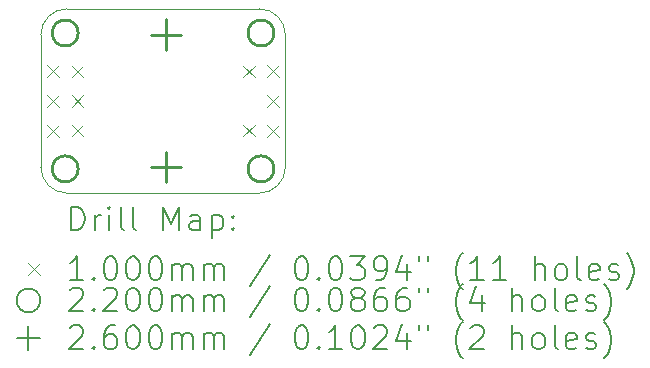
<source format=gbr>
%TF.GenerationSoftware,KiCad,Pcbnew,7.0.7*%
%TF.CreationDate,2023-09-18T16:49:05-04:00*%
%TF.ProjectId,Encoder Mount,456e636f-6465-4722-904d-6f756e742e6b,rev?*%
%TF.SameCoordinates,Original*%
%TF.FileFunction,Drillmap*%
%TF.FilePolarity,Positive*%
%FSLAX45Y45*%
G04 Gerber Fmt 4.5, Leading zero omitted, Abs format (unit mm)*
G04 Created by KiCad (PCBNEW 7.0.7) date 2023-09-18 16:49:05*
%MOMM*%
%LPD*%
G01*
G04 APERTURE LIST*
%ADD10C,0.100000*%
%ADD11C,0.200000*%
%ADD12C,0.220000*%
%ADD13C,0.260000*%
G04 APERTURE END LIST*
D10*
X9160000Y-9220000D02*
X10790000Y-9220000D01*
X8940000Y-10560000D02*
G75*
G03*
X9160000Y-10780000I220000J0D01*
G01*
X10790000Y-10780000D02*
G75*
G03*
X11010000Y-10560000I0J220000D01*
G01*
X8940000Y-10560000D02*
X8940000Y-9440000D01*
X11010000Y-9440000D02*
G75*
G03*
X10790000Y-9220000I-220000J0D01*
G01*
X11010000Y-9440000D02*
X11010000Y-10560000D01*
X9160000Y-9220000D02*
G75*
G03*
X8940000Y-9440000I0J-220000D01*
G01*
X10790000Y-10780000D02*
X9160000Y-10780000D01*
D11*
D10*
X8996000Y-9697500D02*
X9096000Y-9797500D01*
X9096000Y-9697500D02*
X8996000Y-9797500D01*
X8996000Y-9951500D02*
X9096000Y-10051500D01*
X9096000Y-9951500D02*
X8996000Y-10051500D01*
X8996000Y-10205500D02*
X9096000Y-10305500D01*
X9096000Y-10205500D02*
X8996000Y-10305500D01*
X9200000Y-9700000D02*
X9300000Y-9800000D01*
X9300000Y-9700000D02*
X9200000Y-9800000D01*
X9200000Y-9950000D02*
X9300000Y-10050000D01*
X9300000Y-9950000D02*
X9200000Y-10050000D01*
X9200000Y-10200000D02*
X9300000Y-10300000D01*
X9300000Y-10200000D02*
X9200000Y-10300000D01*
X10650000Y-9700000D02*
X10750000Y-9800000D01*
X10750000Y-9700000D02*
X10650000Y-9800000D01*
X10650000Y-10200000D02*
X10750000Y-10300000D01*
X10750000Y-10200000D02*
X10650000Y-10300000D01*
X10854000Y-9697500D02*
X10954000Y-9797500D01*
X10954000Y-9697500D02*
X10854000Y-9797500D01*
X10854000Y-9951500D02*
X10954000Y-10051500D01*
X10954000Y-9951500D02*
X10854000Y-10051500D01*
X10854000Y-10205500D02*
X10954000Y-10305500D01*
X10954000Y-10205500D02*
X10854000Y-10305500D01*
D12*
X9256000Y-9425000D02*
G75*
G03*
X9256000Y-9425000I-110000J0D01*
G01*
X9256000Y-10575000D02*
G75*
G03*
X9256000Y-10575000I-110000J0D01*
G01*
X10914000Y-9425000D02*
G75*
G03*
X10914000Y-9425000I-110000J0D01*
G01*
X10914000Y-10575000D02*
G75*
G03*
X10914000Y-10575000I-110000J0D01*
G01*
D13*
X10000000Y-9310000D02*
X10000000Y-9570000D01*
X9870000Y-9440000D02*
X10130000Y-9440000D01*
X10000000Y-10430000D02*
X10000000Y-10690000D01*
X9870000Y-10560000D02*
X10130000Y-10560000D01*
D11*
X9195777Y-11096484D02*
X9195777Y-10896484D01*
X9195777Y-10896484D02*
X9243396Y-10896484D01*
X9243396Y-10896484D02*
X9271967Y-10906008D01*
X9271967Y-10906008D02*
X9291015Y-10925055D01*
X9291015Y-10925055D02*
X9300539Y-10944103D01*
X9300539Y-10944103D02*
X9310063Y-10982198D01*
X9310063Y-10982198D02*
X9310063Y-11010770D01*
X9310063Y-11010770D02*
X9300539Y-11048865D01*
X9300539Y-11048865D02*
X9291015Y-11067912D01*
X9291015Y-11067912D02*
X9271967Y-11086960D01*
X9271967Y-11086960D02*
X9243396Y-11096484D01*
X9243396Y-11096484D02*
X9195777Y-11096484D01*
X9395777Y-11096484D02*
X9395777Y-10963150D01*
X9395777Y-11001246D02*
X9405301Y-10982198D01*
X9405301Y-10982198D02*
X9414824Y-10972674D01*
X9414824Y-10972674D02*
X9433872Y-10963150D01*
X9433872Y-10963150D02*
X9452920Y-10963150D01*
X9519586Y-11096484D02*
X9519586Y-10963150D01*
X9519586Y-10896484D02*
X9510063Y-10906008D01*
X9510063Y-10906008D02*
X9519586Y-10915531D01*
X9519586Y-10915531D02*
X9529110Y-10906008D01*
X9529110Y-10906008D02*
X9519586Y-10896484D01*
X9519586Y-10896484D02*
X9519586Y-10915531D01*
X9643396Y-11096484D02*
X9624348Y-11086960D01*
X9624348Y-11086960D02*
X9614824Y-11067912D01*
X9614824Y-11067912D02*
X9614824Y-10896484D01*
X9748158Y-11096484D02*
X9729110Y-11086960D01*
X9729110Y-11086960D02*
X9719586Y-11067912D01*
X9719586Y-11067912D02*
X9719586Y-10896484D01*
X9976729Y-11096484D02*
X9976729Y-10896484D01*
X9976729Y-10896484D02*
X10043396Y-11039341D01*
X10043396Y-11039341D02*
X10110063Y-10896484D01*
X10110063Y-10896484D02*
X10110063Y-11096484D01*
X10291015Y-11096484D02*
X10291015Y-10991722D01*
X10291015Y-10991722D02*
X10281491Y-10972674D01*
X10281491Y-10972674D02*
X10262444Y-10963150D01*
X10262444Y-10963150D02*
X10224348Y-10963150D01*
X10224348Y-10963150D02*
X10205301Y-10972674D01*
X10291015Y-11086960D02*
X10271967Y-11096484D01*
X10271967Y-11096484D02*
X10224348Y-11096484D01*
X10224348Y-11096484D02*
X10205301Y-11086960D01*
X10205301Y-11086960D02*
X10195777Y-11067912D01*
X10195777Y-11067912D02*
X10195777Y-11048865D01*
X10195777Y-11048865D02*
X10205301Y-11029817D01*
X10205301Y-11029817D02*
X10224348Y-11020293D01*
X10224348Y-11020293D02*
X10271967Y-11020293D01*
X10271967Y-11020293D02*
X10291015Y-11010770D01*
X10386253Y-10963150D02*
X10386253Y-11163150D01*
X10386253Y-10972674D02*
X10405301Y-10963150D01*
X10405301Y-10963150D02*
X10443396Y-10963150D01*
X10443396Y-10963150D02*
X10462444Y-10972674D01*
X10462444Y-10972674D02*
X10471967Y-10982198D01*
X10471967Y-10982198D02*
X10481491Y-11001246D01*
X10481491Y-11001246D02*
X10481491Y-11058389D01*
X10481491Y-11058389D02*
X10471967Y-11077436D01*
X10471967Y-11077436D02*
X10462444Y-11086960D01*
X10462444Y-11086960D02*
X10443396Y-11096484D01*
X10443396Y-11096484D02*
X10405301Y-11096484D01*
X10405301Y-11096484D02*
X10386253Y-11086960D01*
X10567205Y-11077436D02*
X10576729Y-11086960D01*
X10576729Y-11086960D02*
X10567205Y-11096484D01*
X10567205Y-11096484D02*
X10557682Y-11086960D01*
X10557682Y-11086960D02*
X10567205Y-11077436D01*
X10567205Y-11077436D02*
X10567205Y-11096484D01*
X10567205Y-10972674D02*
X10576729Y-10982198D01*
X10576729Y-10982198D02*
X10567205Y-10991722D01*
X10567205Y-10991722D02*
X10557682Y-10982198D01*
X10557682Y-10982198D02*
X10567205Y-10972674D01*
X10567205Y-10972674D02*
X10567205Y-10991722D01*
D10*
X8835000Y-11375000D02*
X8935000Y-11475000D01*
X8935000Y-11375000D02*
X8835000Y-11475000D01*
D11*
X9300539Y-11516484D02*
X9186253Y-11516484D01*
X9243396Y-11516484D02*
X9243396Y-11316484D01*
X9243396Y-11316484D02*
X9224348Y-11345055D01*
X9224348Y-11345055D02*
X9205301Y-11364103D01*
X9205301Y-11364103D02*
X9186253Y-11373627D01*
X9386253Y-11497436D02*
X9395777Y-11506960D01*
X9395777Y-11506960D02*
X9386253Y-11516484D01*
X9386253Y-11516484D02*
X9376729Y-11506960D01*
X9376729Y-11506960D02*
X9386253Y-11497436D01*
X9386253Y-11497436D02*
X9386253Y-11516484D01*
X9519586Y-11316484D02*
X9538634Y-11316484D01*
X9538634Y-11316484D02*
X9557682Y-11326008D01*
X9557682Y-11326008D02*
X9567205Y-11335531D01*
X9567205Y-11335531D02*
X9576729Y-11354579D01*
X9576729Y-11354579D02*
X9586253Y-11392674D01*
X9586253Y-11392674D02*
X9586253Y-11440293D01*
X9586253Y-11440293D02*
X9576729Y-11478388D01*
X9576729Y-11478388D02*
X9567205Y-11497436D01*
X9567205Y-11497436D02*
X9557682Y-11506960D01*
X9557682Y-11506960D02*
X9538634Y-11516484D01*
X9538634Y-11516484D02*
X9519586Y-11516484D01*
X9519586Y-11516484D02*
X9500539Y-11506960D01*
X9500539Y-11506960D02*
X9491015Y-11497436D01*
X9491015Y-11497436D02*
X9481491Y-11478388D01*
X9481491Y-11478388D02*
X9471967Y-11440293D01*
X9471967Y-11440293D02*
X9471967Y-11392674D01*
X9471967Y-11392674D02*
X9481491Y-11354579D01*
X9481491Y-11354579D02*
X9491015Y-11335531D01*
X9491015Y-11335531D02*
X9500539Y-11326008D01*
X9500539Y-11326008D02*
X9519586Y-11316484D01*
X9710063Y-11316484D02*
X9729110Y-11316484D01*
X9729110Y-11316484D02*
X9748158Y-11326008D01*
X9748158Y-11326008D02*
X9757682Y-11335531D01*
X9757682Y-11335531D02*
X9767205Y-11354579D01*
X9767205Y-11354579D02*
X9776729Y-11392674D01*
X9776729Y-11392674D02*
X9776729Y-11440293D01*
X9776729Y-11440293D02*
X9767205Y-11478388D01*
X9767205Y-11478388D02*
X9757682Y-11497436D01*
X9757682Y-11497436D02*
X9748158Y-11506960D01*
X9748158Y-11506960D02*
X9729110Y-11516484D01*
X9729110Y-11516484D02*
X9710063Y-11516484D01*
X9710063Y-11516484D02*
X9691015Y-11506960D01*
X9691015Y-11506960D02*
X9681491Y-11497436D01*
X9681491Y-11497436D02*
X9671967Y-11478388D01*
X9671967Y-11478388D02*
X9662444Y-11440293D01*
X9662444Y-11440293D02*
X9662444Y-11392674D01*
X9662444Y-11392674D02*
X9671967Y-11354579D01*
X9671967Y-11354579D02*
X9681491Y-11335531D01*
X9681491Y-11335531D02*
X9691015Y-11326008D01*
X9691015Y-11326008D02*
X9710063Y-11316484D01*
X9900539Y-11316484D02*
X9919586Y-11316484D01*
X9919586Y-11316484D02*
X9938634Y-11326008D01*
X9938634Y-11326008D02*
X9948158Y-11335531D01*
X9948158Y-11335531D02*
X9957682Y-11354579D01*
X9957682Y-11354579D02*
X9967205Y-11392674D01*
X9967205Y-11392674D02*
X9967205Y-11440293D01*
X9967205Y-11440293D02*
X9957682Y-11478388D01*
X9957682Y-11478388D02*
X9948158Y-11497436D01*
X9948158Y-11497436D02*
X9938634Y-11506960D01*
X9938634Y-11506960D02*
X9919586Y-11516484D01*
X9919586Y-11516484D02*
X9900539Y-11516484D01*
X9900539Y-11516484D02*
X9881491Y-11506960D01*
X9881491Y-11506960D02*
X9871967Y-11497436D01*
X9871967Y-11497436D02*
X9862444Y-11478388D01*
X9862444Y-11478388D02*
X9852920Y-11440293D01*
X9852920Y-11440293D02*
X9852920Y-11392674D01*
X9852920Y-11392674D02*
X9862444Y-11354579D01*
X9862444Y-11354579D02*
X9871967Y-11335531D01*
X9871967Y-11335531D02*
X9881491Y-11326008D01*
X9881491Y-11326008D02*
X9900539Y-11316484D01*
X10052920Y-11516484D02*
X10052920Y-11383150D01*
X10052920Y-11402198D02*
X10062444Y-11392674D01*
X10062444Y-11392674D02*
X10081491Y-11383150D01*
X10081491Y-11383150D02*
X10110063Y-11383150D01*
X10110063Y-11383150D02*
X10129110Y-11392674D01*
X10129110Y-11392674D02*
X10138634Y-11411722D01*
X10138634Y-11411722D02*
X10138634Y-11516484D01*
X10138634Y-11411722D02*
X10148158Y-11392674D01*
X10148158Y-11392674D02*
X10167205Y-11383150D01*
X10167205Y-11383150D02*
X10195777Y-11383150D01*
X10195777Y-11383150D02*
X10214825Y-11392674D01*
X10214825Y-11392674D02*
X10224348Y-11411722D01*
X10224348Y-11411722D02*
X10224348Y-11516484D01*
X10319586Y-11516484D02*
X10319586Y-11383150D01*
X10319586Y-11402198D02*
X10329110Y-11392674D01*
X10329110Y-11392674D02*
X10348158Y-11383150D01*
X10348158Y-11383150D02*
X10376729Y-11383150D01*
X10376729Y-11383150D02*
X10395777Y-11392674D01*
X10395777Y-11392674D02*
X10405301Y-11411722D01*
X10405301Y-11411722D02*
X10405301Y-11516484D01*
X10405301Y-11411722D02*
X10414825Y-11392674D01*
X10414825Y-11392674D02*
X10433872Y-11383150D01*
X10433872Y-11383150D02*
X10462444Y-11383150D01*
X10462444Y-11383150D02*
X10481491Y-11392674D01*
X10481491Y-11392674D02*
X10491015Y-11411722D01*
X10491015Y-11411722D02*
X10491015Y-11516484D01*
X10881491Y-11306960D02*
X10710063Y-11564103D01*
X11138634Y-11316484D02*
X11157682Y-11316484D01*
X11157682Y-11316484D02*
X11176729Y-11326008D01*
X11176729Y-11326008D02*
X11186253Y-11335531D01*
X11186253Y-11335531D02*
X11195777Y-11354579D01*
X11195777Y-11354579D02*
X11205301Y-11392674D01*
X11205301Y-11392674D02*
X11205301Y-11440293D01*
X11205301Y-11440293D02*
X11195777Y-11478388D01*
X11195777Y-11478388D02*
X11186253Y-11497436D01*
X11186253Y-11497436D02*
X11176729Y-11506960D01*
X11176729Y-11506960D02*
X11157682Y-11516484D01*
X11157682Y-11516484D02*
X11138634Y-11516484D01*
X11138634Y-11516484D02*
X11119587Y-11506960D01*
X11119587Y-11506960D02*
X11110063Y-11497436D01*
X11110063Y-11497436D02*
X11100539Y-11478388D01*
X11100539Y-11478388D02*
X11091015Y-11440293D01*
X11091015Y-11440293D02*
X11091015Y-11392674D01*
X11091015Y-11392674D02*
X11100539Y-11354579D01*
X11100539Y-11354579D02*
X11110063Y-11335531D01*
X11110063Y-11335531D02*
X11119587Y-11326008D01*
X11119587Y-11326008D02*
X11138634Y-11316484D01*
X11291015Y-11497436D02*
X11300539Y-11506960D01*
X11300539Y-11506960D02*
X11291015Y-11516484D01*
X11291015Y-11516484D02*
X11281491Y-11506960D01*
X11281491Y-11506960D02*
X11291015Y-11497436D01*
X11291015Y-11497436D02*
X11291015Y-11516484D01*
X11424348Y-11316484D02*
X11443396Y-11316484D01*
X11443396Y-11316484D02*
X11462444Y-11326008D01*
X11462444Y-11326008D02*
X11471967Y-11335531D01*
X11471967Y-11335531D02*
X11481491Y-11354579D01*
X11481491Y-11354579D02*
X11491015Y-11392674D01*
X11491015Y-11392674D02*
X11491015Y-11440293D01*
X11491015Y-11440293D02*
X11481491Y-11478388D01*
X11481491Y-11478388D02*
X11471967Y-11497436D01*
X11471967Y-11497436D02*
X11462444Y-11506960D01*
X11462444Y-11506960D02*
X11443396Y-11516484D01*
X11443396Y-11516484D02*
X11424348Y-11516484D01*
X11424348Y-11516484D02*
X11405301Y-11506960D01*
X11405301Y-11506960D02*
X11395777Y-11497436D01*
X11395777Y-11497436D02*
X11386253Y-11478388D01*
X11386253Y-11478388D02*
X11376729Y-11440293D01*
X11376729Y-11440293D02*
X11376729Y-11392674D01*
X11376729Y-11392674D02*
X11386253Y-11354579D01*
X11386253Y-11354579D02*
X11395777Y-11335531D01*
X11395777Y-11335531D02*
X11405301Y-11326008D01*
X11405301Y-11326008D02*
X11424348Y-11316484D01*
X11557682Y-11316484D02*
X11681491Y-11316484D01*
X11681491Y-11316484D02*
X11614825Y-11392674D01*
X11614825Y-11392674D02*
X11643396Y-11392674D01*
X11643396Y-11392674D02*
X11662444Y-11402198D01*
X11662444Y-11402198D02*
X11671967Y-11411722D01*
X11671967Y-11411722D02*
X11681491Y-11430769D01*
X11681491Y-11430769D02*
X11681491Y-11478388D01*
X11681491Y-11478388D02*
X11671967Y-11497436D01*
X11671967Y-11497436D02*
X11662444Y-11506960D01*
X11662444Y-11506960D02*
X11643396Y-11516484D01*
X11643396Y-11516484D02*
X11586253Y-11516484D01*
X11586253Y-11516484D02*
X11567206Y-11506960D01*
X11567206Y-11506960D02*
X11557682Y-11497436D01*
X11776729Y-11516484D02*
X11814825Y-11516484D01*
X11814825Y-11516484D02*
X11833872Y-11506960D01*
X11833872Y-11506960D02*
X11843396Y-11497436D01*
X11843396Y-11497436D02*
X11862444Y-11468865D01*
X11862444Y-11468865D02*
X11871967Y-11430769D01*
X11871967Y-11430769D02*
X11871967Y-11354579D01*
X11871967Y-11354579D02*
X11862444Y-11335531D01*
X11862444Y-11335531D02*
X11852920Y-11326008D01*
X11852920Y-11326008D02*
X11833872Y-11316484D01*
X11833872Y-11316484D02*
X11795777Y-11316484D01*
X11795777Y-11316484D02*
X11776729Y-11326008D01*
X11776729Y-11326008D02*
X11767206Y-11335531D01*
X11767206Y-11335531D02*
X11757682Y-11354579D01*
X11757682Y-11354579D02*
X11757682Y-11402198D01*
X11757682Y-11402198D02*
X11767206Y-11421246D01*
X11767206Y-11421246D02*
X11776729Y-11430769D01*
X11776729Y-11430769D02*
X11795777Y-11440293D01*
X11795777Y-11440293D02*
X11833872Y-11440293D01*
X11833872Y-11440293D02*
X11852920Y-11430769D01*
X11852920Y-11430769D02*
X11862444Y-11421246D01*
X11862444Y-11421246D02*
X11871967Y-11402198D01*
X12043396Y-11383150D02*
X12043396Y-11516484D01*
X11995777Y-11306960D02*
X11948158Y-11449817D01*
X11948158Y-11449817D02*
X12071967Y-11449817D01*
X12138634Y-11316484D02*
X12138634Y-11354579D01*
X12214825Y-11316484D02*
X12214825Y-11354579D01*
X12510063Y-11592674D02*
X12500539Y-11583150D01*
X12500539Y-11583150D02*
X12481491Y-11554579D01*
X12481491Y-11554579D02*
X12471968Y-11535531D01*
X12471968Y-11535531D02*
X12462444Y-11506960D01*
X12462444Y-11506960D02*
X12452920Y-11459341D01*
X12452920Y-11459341D02*
X12452920Y-11421246D01*
X12452920Y-11421246D02*
X12462444Y-11373627D01*
X12462444Y-11373627D02*
X12471968Y-11345055D01*
X12471968Y-11345055D02*
X12481491Y-11326008D01*
X12481491Y-11326008D02*
X12500539Y-11297436D01*
X12500539Y-11297436D02*
X12510063Y-11287912D01*
X12691015Y-11516484D02*
X12576729Y-11516484D01*
X12633872Y-11516484D02*
X12633872Y-11316484D01*
X12633872Y-11316484D02*
X12614825Y-11345055D01*
X12614825Y-11345055D02*
X12595777Y-11364103D01*
X12595777Y-11364103D02*
X12576729Y-11373627D01*
X12881491Y-11516484D02*
X12767206Y-11516484D01*
X12824348Y-11516484D02*
X12824348Y-11316484D01*
X12824348Y-11316484D02*
X12805301Y-11345055D01*
X12805301Y-11345055D02*
X12786253Y-11364103D01*
X12786253Y-11364103D02*
X12767206Y-11373627D01*
X13119587Y-11516484D02*
X13119587Y-11316484D01*
X13205301Y-11516484D02*
X13205301Y-11411722D01*
X13205301Y-11411722D02*
X13195777Y-11392674D01*
X13195777Y-11392674D02*
X13176730Y-11383150D01*
X13176730Y-11383150D02*
X13148158Y-11383150D01*
X13148158Y-11383150D02*
X13129110Y-11392674D01*
X13129110Y-11392674D02*
X13119587Y-11402198D01*
X13329110Y-11516484D02*
X13310063Y-11506960D01*
X13310063Y-11506960D02*
X13300539Y-11497436D01*
X13300539Y-11497436D02*
X13291015Y-11478388D01*
X13291015Y-11478388D02*
X13291015Y-11421246D01*
X13291015Y-11421246D02*
X13300539Y-11402198D01*
X13300539Y-11402198D02*
X13310063Y-11392674D01*
X13310063Y-11392674D02*
X13329110Y-11383150D01*
X13329110Y-11383150D02*
X13357682Y-11383150D01*
X13357682Y-11383150D02*
X13376730Y-11392674D01*
X13376730Y-11392674D02*
X13386253Y-11402198D01*
X13386253Y-11402198D02*
X13395777Y-11421246D01*
X13395777Y-11421246D02*
X13395777Y-11478388D01*
X13395777Y-11478388D02*
X13386253Y-11497436D01*
X13386253Y-11497436D02*
X13376730Y-11506960D01*
X13376730Y-11506960D02*
X13357682Y-11516484D01*
X13357682Y-11516484D02*
X13329110Y-11516484D01*
X13510063Y-11516484D02*
X13491015Y-11506960D01*
X13491015Y-11506960D02*
X13481491Y-11487912D01*
X13481491Y-11487912D02*
X13481491Y-11316484D01*
X13662444Y-11506960D02*
X13643396Y-11516484D01*
X13643396Y-11516484D02*
X13605301Y-11516484D01*
X13605301Y-11516484D02*
X13586253Y-11506960D01*
X13586253Y-11506960D02*
X13576730Y-11487912D01*
X13576730Y-11487912D02*
X13576730Y-11411722D01*
X13576730Y-11411722D02*
X13586253Y-11392674D01*
X13586253Y-11392674D02*
X13605301Y-11383150D01*
X13605301Y-11383150D02*
X13643396Y-11383150D01*
X13643396Y-11383150D02*
X13662444Y-11392674D01*
X13662444Y-11392674D02*
X13671968Y-11411722D01*
X13671968Y-11411722D02*
X13671968Y-11430769D01*
X13671968Y-11430769D02*
X13576730Y-11449817D01*
X13748158Y-11506960D02*
X13767206Y-11516484D01*
X13767206Y-11516484D02*
X13805301Y-11516484D01*
X13805301Y-11516484D02*
X13824349Y-11506960D01*
X13824349Y-11506960D02*
X13833872Y-11487912D01*
X13833872Y-11487912D02*
X13833872Y-11478388D01*
X13833872Y-11478388D02*
X13824349Y-11459341D01*
X13824349Y-11459341D02*
X13805301Y-11449817D01*
X13805301Y-11449817D02*
X13776730Y-11449817D01*
X13776730Y-11449817D02*
X13757682Y-11440293D01*
X13757682Y-11440293D02*
X13748158Y-11421246D01*
X13748158Y-11421246D02*
X13748158Y-11411722D01*
X13748158Y-11411722D02*
X13757682Y-11392674D01*
X13757682Y-11392674D02*
X13776730Y-11383150D01*
X13776730Y-11383150D02*
X13805301Y-11383150D01*
X13805301Y-11383150D02*
X13824349Y-11392674D01*
X13900539Y-11592674D02*
X13910063Y-11583150D01*
X13910063Y-11583150D02*
X13929111Y-11554579D01*
X13929111Y-11554579D02*
X13938634Y-11535531D01*
X13938634Y-11535531D02*
X13948158Y-11506960D01*
X13948158Y-11506960D02*
X13957682Y-11459341D01*
X13957682Y-11459341D02*
X13957682Y-11421246D01*
X13957682Y-11421246D02*
X13948158Y-11373627D01*
X13948158Y-11373627D02*
X13938634Y-11345055D01*
X13938634Y-11345055D02*
X13929111Y-11326008D01*
X13929111Y-11326008D02*
X13910063Y-11297436D01*
X13910063Y-11297436D02*
X13900539Y-11287912D01*
X8935000Y-11689000D02*
G75*
G03*
X8935000Y-11689000I-100000J0D01*
G01*
X9186253Y-11599531D02*
X9195777Y-11590008D01*
X9195777Y-11590008D02*
X9214824Y-11580484D01*
X9214824Y-11580484D02*
X9262444Y-11580484D01*
X9262444Y-11580484D02*
X9281491Y-11590008D01*
X9281491Y-11590008D02*
X9291015Y-11599531D01*
X9291015Y-11599531D02*
X9300539Y-11618579D01*
X9300539Y-11618579D02*
X9300539Y-11637627D01*
X9300539Y-11637627D02*
X9291015Y-11666198D01*
X9291015Y-11666198D02*
X9176729Y-11780484D01*
X9176729Y-11780484D02*
X9300539Y-11780484D01*
X9386253Y-11761436D02*
X9395777Y-11770960D01*
X9395777Y-11770960D02*
X9386253Y-11780484D01*
X9386253Y-11780484D02*
X9376729Y-11770960D01*
X9376729Y-11770960D02*
X9386253Y-11761436D01*
X9386253Y-11761436D02*
X9386253Y-11780484D01*
X9471967Y-11599531D02*
X9481491Y-11590008D01*
X9481491Y-11590008D02*
X9500539Y-11580484D01*
X9500539Y-11580484D02*
X9548158Y-11580484D01*
X9548158Y-11580484D02*
X9567205Y-11590008D01*
X9567205Y-11590008D02*
X9576729Y-11599531D01*
X9576729Y-11599531D02*
X9586253Y-11618579D01*
X9586253Y-11618579D02*
X9586253Y-11637627D01*
X9586253Y-11637627D02*
X9576729Y-11666198D01*
X9576729Y-11666198D02*
X9462444Y-11780484D01*
X9462444Y-11780484D02*
X9586253Y-11780484D01*
X9710063Y-11580484D02*
X9729110Y-11580484D01*
X9729110Y-11580484D02*
X9748158Y-11590008D01*
X9748158Y-11590008D02*
X9757682Y-11599531D01*
X9757682Y-11599531D02*
X9767205Y-11618579D01*
X9767205Y-11618579D02*
X9776729Y-11656674D01*
X9776729Y-11656674D02*
X9776729Y-11704293D01*
X9776729Y-11704293D02*
X9767205Y-11742388D01*
X9767205Y-11742388D02*
X9757682Y-11761436D01*
X9757682Y-11761436D02*
X9748158Y-11770960D01*
X9748158Y-11770960D02*
X9729110Y-11780484D01*
X9729110Y-11780484D02*
X9710063Y-11780484D01*
X9710063Y-11780484D02*
X9691015Y-11770960D01*
X9691015Y-11770960D02*
X9681491Y-11761436D01*
X9681491Y-11761436D02*
X9671967Y-11742388D01*
X9671967Y-11742388D02*
X9662444Y-11704293D01*
X9662444Y-11704293D02*
X9662444Y-11656674D01*
X9662444Y-11656674D02*
X9671967Y-11618579D01*
X9671967Y-11618579D02*
X9681491Y-11599531D01*
X9681491Y-11599531D02*
X9691015Y-11590008D01*
X9691015Y-11590008D02*
X9710063Y-11580484D01*
X9900539Y-11580484D02*
X9919586Y-11580484D01*
X9919586Y-11580484D02*
X9938634Y-11590008D01*
X9938634Y-11590008D02*
X9948158Y-11599531D01*
X9948158Y-11599531D02*
X9957682Y-11618579D01*
X9957682Y-11618579D02*
X9967205Y-11656674D01*
X9967205Y-11656674D02*
X9967205Y-11704293D01*
X9967205Y-11704293D02*
X9957682Y-11742388D01*
X9957682Y-11742388D02*
X9948158Y-11761436D01*
X9948158Y-11761436D02*
X9938634Y-11770960D01*
X9938634Y-11770960D02*
X9919586Y-11780484D01*
X9919586Y-11780484D02*
X9900539Y-11780484D01*
X9900539Y-11780484D02*
X9881491Y-11770960D01*
X9881491Y-11770960D02*
X9871967Y-11761436D01*
X9871967Y-11761436D02*
X9862444Y-11742388D01*
X9862444Y-11742388D02*
X9852920Y-11704293D01*
X9852920Y-11704293D02*
X9852920Y-11656674D01*
X9852920Y-11656674D02*
X9862444Y-11618579D01*
X9862444Y-11618579D02*
X9871967Y-11599531D01*
X9871967Y-11599531D02*
X9881491Y-11590008D01*
X9881491Y-11590008D02*
X9900539Y-11580484D01*
X10052920Y-11780484D02*
X10052920Y-11647150D01*
X10052920Y-11666198D02*
X10062444Y-11656674D01*
X10062444Y-11656674D02*
X10081491Y-11647150D01*
X10081491Y-11647150D02*
X10110063Y-11647150D01*
X10110063Y-11647150D02*
X10129110Y-11656674D01*
X10129110Y-11656674D02*
X10138634Y-11675722D01*
X10138634Y-11675722D02*
X10138634Y-11780484D01*
X10138634Y-11675722D02*
X10148158Y-11656674D01*
X10148158Y-11656674D02*
X10167205Y-11647150D01*
X10167205Y-11647150D02*
X10195777Y-11647150D01*
X10195777Y-11647150D02*
X10214825Y-11656674D01*
X10214825Y-11656674D02*
X10224348Y-11675722D01*
X10224348Y-11675722D02*
X10224348Y-11780484D01*
X10319586Y-11780484D02*
X10319586Y-11647150D01*
X10319586Y-11666198D02*
X10329110Y-11656674D01*
X10329110Y-11656674D02*
X10348158Y-11647150D01*
X10348158Y-11647150D02*
X10376729Y-11647150D01*
X10376729Y-11647150D02*
X10395777Y-11656674D01*
X10395777Y-11656674D02*
X10405301Y-11675722D01*
X10405301Y-11675722D02*
X10405301Y-11780484D01*
X10405301Y-11675722D02*
X10414825Y-11656674D01*
X10414825Y-11656674D02*
X10433872Y-11647150D01*
X10433872Y-11647150D02*
X10462444Y-11647150D01*
X10462444Y-11647150D02*
X10481491Y-11656674D01*
X10481491Y-11656674D02*
X10491015Y-11675722D01*
X10491015Y-11675722D02*
X10491015Y-11780484D01*
X10881491Y-11570960D02*
X10710063Y-11828103D01*
X11138634Y-11580484D02*
X11157682Y-11580484D01*
X11157682Y-11580484D02*
X11176729Y-11590008D01*
X11176729Y-11590008D02*
X11186253Y-11599531D01*
X11186253Y-11599531D02*
X11195777Y-11618579D01*
X11195777Y-11618579D02*
X11205301Y-11656674D01*
X11205301Y-11656674D02*
X11205301Y-11704293D01*
X11205301Y-11704293D02*
X11195777Y-11742388D01*
X11195777Y-11742388D02*
X11186253Y-11761436D01*
X11186253Y-11761436D02*
X11176729Y-11770960D01*
X11176729Y-11770960D02*
X11157682Y-11780484D01*
X11157682Y-11780484D02*
X11138634Y-11780484D01*
X11138634Y-11780484D02*
X11119587Y-11770960D01*
X11119587Y-11770960D02*
X11110063Y-11761436D01*
X11110063Y-11761436D02*
X11100539Y-11742388D01*
X11100539Y-11742388D02*
X11091015Y-11704293D01*
X11091015Y-11704293D02*
X11091015Y-11656674D01*
X11091015Y-11656674D02*
X11100539Y-11618579D01*
X11100539Y-11618579D02*
X11110063Y-11599531D01*
X11110063Y-11599531D02*
X11119587Y-11590008D01*
X11119587Y-11590008D02*
X11138634Y-11580484D01*
X11291015Y-11761436D02*
X11300539Y-11770960D01*
X11300539Y-11770960D02*
X11291015Y-11780484D01*
X11291015Y-11780484D02*
X11281491Y-11770960D01*
X11281491Y-11770960D02*
X11291015Y-11761436D01*
X11291015Y-11761436D02*
X11291015Y-11780484D01*
X11424348Y-11580484D02*
X11443396Y-11580484D01*
X11443396Y-11580484D02*
X11462444Y-11590008D01*
X11462444Y-11590008D02*
X11471967Y-11599531D01*
X11471967Y-11599531D02*
X11481491Y-11618579D01*
X11481491Y-11618579D02*
X11491015Y-11656674D01*
X11491015Y-11656674D02*
X11491015Y-11704293D01*
X11491015Y-11704293D02*
X11481491Y-11742388D01*
X11481491Y-11742388D02*
X11471967Y-11761436D01*
X11471967Y-11761436D02*
X11462444Y-11770960D01*
X11462444Y-11770960D02*
X11443396Y-11780484D01*
X11443396Y-11780484D02*
X11424348Y-11780484D01*
X11424348Y-11780484D02*
X11405301Y-11770960D01*
X11405301Y-11770960D02*
X11395777Y-11761436D01*
X11395777Y-11761436D02*
X11386253Y-11742388D01*
X11386253Y-11742388D02*
X11376729Y-11704293D01*
X11376729Y-11704293D02*
X11376729Y-11656674D01*
X11376729Y-11656674D02*
X11386253Y-11618579D01*
X11386253Y-11618579D02*
X11395777Y-11599531D01*
X11395777Y-11599531D02*
X11405301Y-11590008D01*
X11405301Y-11590008D02*
X11424348Y-11580484D01*
X11605301Y-11666198D02*
X11586253Y-11656674D01*
X11586253Y-11656674D02*
X11576729Y-11647150D01*
X11576729Y-11647150D02*
X11567206Y-11628103D01*
X11567206Y-11628103D02*
X11567206Y-11618579D01*
X11567206Y-11618579D02*
X11576729Y-11599531D01*
X11576729Y-11599531D02*
X11586253Y-11590008D01*
X11586253Y-11590008D02*
X11605301Y-11580484D01*
X11605301Y-11580484D02*
X11643396Y-11580484D01*
X11643396Y-11580484D02*
X11662444Y-11590008D01*
X11662444Y-11590008D02*
X11671967Y-11599531D01*
X11671967Y-11599531D02*
X11681491Y-11618579D01*
X11681491Y-11618579D02*
X11681491Y-11628103D01*
X11681491Y-11628103D02*
X11671967Y-11647150D01*
X11671967Y-11647150D02*
X11662444Y-11656674D01*
X11662444Y-11656674D02*
X11643396Y-11666198D01*
X11643396Y-11666198D02*
X11605301Y-11666198D01*
X11605301Y-11666198D02*
X11586253Y-11675722D01*
X11586253Y-11675722D02*
X11576729Y-11685246D01*
X11576729Y-11685246D02*
X11567206Y-11704293D01*
X11567206Y-11704293D02*
X11567206Y-11742388D01*
X11567206Y-11742388D02*
X11576729Y-11761436D01*
X11576729Y-11761436D02*
X11586253Y-11770960D01*
X11586253Y-11770960D02*
X11605301Y-11780484D01*
X11605301Y-11780484D02*
X11643396Y-11780484D01*
X11643396Y-11780484D02*
X11662444Y-11770960D01*
X11662444Y-11770960D02*
X11671967Y-11761436D01*
X11671967Y-11761436D02*
X11681491Y-11742388D01*
X11681491Y-11742388D02*
X11681491Y-11704293D01*
X11681491Y-11704293D02*
X11671967Y-11685246D01*
X11671967Y-11685246D02*
X11662444Y-11675722D01*
X11662444Y-11675722D02*
X11643396Y-11666198D01*
X11852920Y-11580484D02*
X11814825Y-11580484D01*
X11814825Y-11580484D02*
X11795777Y-11590008D01*
X11795777Y-11590008D02*
X11786253Y-11599531D01*
X11786253Y-11599531D02*
X11767206Y-11628103D01*
X11767206Y-11628103D02*
X11757682Y-11666198D01*
X11757682Y-11666198D02*
X11757682Y-11742388D01*
X11757682Y-11742388D02*
X11767206Y-11761436D01*
X11767206Y-11761436D02*
X11776729Y-11770960D01*
X11776729Y-11770960D02*
X11795777Y-11780484D01*
X11795777Y-11780484D02*
X11833872Y-11780484D01*
X11833872Y-11780484D02*
X11852920Y-11770960D01*
X11852920Y-11770960D02*
X11862444Y-11761436D01*
X11862444Y-11761436D02*
X11871967Y-11742388D01*
X11871967Y-11742388D02*
X11871967Y-11694769D01*
X11871967Y-11694769D02*
X11862444Y-11675722D01*
X11862444Y-11675722D02*
X11852920Y-11666198D01*
X11852920Y-11666198D02*
X11833872Y-11656674D01*
X11833872Y-11656674D02*
X11795777Y-11656674D01*
X11795777Y-11656674D02*
X11776729Y-11666198D01*
X11776729Y-11666198D02*
X11767206Y-11675722D01*
X11767206Y-11675722D02*
X11757682Y-11694769D01*
X12043396Y-11580484D02*
X12005301Y-11580484D01*
X12005301Y-11580484D02*
X11986253Y-11590008D01*
X11986253Y-11590008D02*
X11976729Y-11599531D01*
X11976729Y-11599531D02*
X11957682Y-11628103D01*
X11957682Y-11628103D02*
X11948158Y-11666198D01*
X11948158Y-11666198D02*
X11948158Y-11742388D01*
X11948158Y-11742388D02*
X11957682Y-11761436D01*
X11957682Y-11761436D02*
X11967206Y-11770960D01*
X11967206Y-11770960D02*
X11986253Y-11780484D01*
X11986253Y-11780484D02*
X12024348Y-11780484D01*
X12024348Y-11780484D02*
X12043396Y-11770960D01*
X12043396Y-11770960D02*
X12052920Y-11761436D01*
X12052920Y-11761436D02*
X12062444Y-11742388D01*
X12062444Y-11742388D02*
X12062444Y-11694769D01*
X12062444Y-11694769D02*
X12052920Y-11675722D01*
X12052920Y-11675722D02*
X12043396Y-11666198D01*
X12043396Y-11666198D02*
X12024348Y-11656674D01*
X12024348Y-11656674D02*
X11986253Y-11656674D01*
X11986253Y-11656674D02*
X11967206Y-11666198D01*
X11967206Y-11666198D02*
X11957682Y-11675722D01*
X11957682Y-11675722D02*
X11948158Y-11694769D01*
X12138634Y-11580484D02*
X12138634Y-11618579D01*
X12214825Y-11580484D02*
X12214825Y-11618579D01*
X12510063Y-11856674D02*
X12500539Y-11847150D01*
X12500539Y-11847150D02*
X12481491Y-11818579D01*
X12481491Y-11818579D02*
X12471968Y-11799531D01*
X12471968Y-11799531D02*
X12462444Y-11770960D01*
X12462444Y-11770960D02*
X12452920Y-11723341D01*
X12452920Y-11723341D02*
X12452920Y-11685246D01*
X12452920Y-11685246D02*
X12462444Y-11637627D01*
X12462444Y-11637627D02*
X12471968Y-11609055D01*
X12471968Y-11609055D02*
X12481491Y-11590008D01*
X12481491Y-11590008D02*
X12500539Y-11561436D01*
X12500539Y-11561436D02*
X12510063Y-11551912D01*
X12671968Y-11647150D02*
X12671968Y-11780484D01*
X12624348Y-11570960D02*
X12576729Y-11713817D01*
X12576729Y-11713817D02*
X12700539Y-11713817D01*
X12929110Y-11780484D02*
X12929110Y-11580484D01*
X13014825Y-11780484D02*
X13014825Y-11675722D01*
X13014825Y-11675722D02*
X13005301Y-11656674D01*
X13005301Y-11656674D02*
X12986253Y-11647150D01*
X12986253Y-11647150D02*
X12957682Y-11647150D01*
X12957682Y-11647150D02*
X12938634Y-11656674D01*
X12938634Y-11656674D02*
X12929110Y-11666198D01*
X13138634Y-11780484D02*
X13119587Y-11770960D01*
X13119587Y-11770960D02*
X13110063Y-11761436D01*
X13110063Y-11761436D02*
X13100539Y-11742388D01*
X13100539Y-11742388D02*
X13100539Y-11685246D01*
X13100539Y-11685246D02*
X13110063Y-11666198D01*
X13110063Y-11666198D02*
X13119587Y-11656674D01*
X13119587Y-11656674D02*
X13138634Y-11647150D01*
X13138634Y-11647150D02*
X13167206Y-11647150D01*
X13167206Y-11647150D02*
X13186253Y-11656674D01*
X13186253Y-11656674D02*
X13195777Y-11666198D01*
X13195777Y-11666198D02*
X13205301Y-11685246D01*
X13205301Y-11685246D02*
X13205301Y-11742388D01*
X13205301Y-11742388D02*
X13195777Y-11761436D01*
X13195777Y-11761436D02*
X13186253Y-11770960D01*
X13186253Y-11770960D02*
X13167206Y-11780484D01*
X13167206Y-11780484D02*
X13138634Y-11780484D01*
X13319587Y-11780484D02*
X13300539Y-11770960D01*
X13300539Y-11770960D02*
X13291015Y-11751912D01*
X13291015Y-11751912D02*
X13291015Y-11580484D01*
X13471968Y-11770960D02*
X13452920Y-11780484D01*
X13452920Y-11780484D02*
X13414825Y-11780484D01*
X13414825Y-11780484D02*
X13395777Y-11770960D01*
X13395777Y-11770960D02*
X13386253Y-11751912D01*
X13386253Y-11751912D02*
X13386253Y-11675722D01*
X13386253Y-11675722D02*
X13395777Y-11656674D01*
X13395777Y-11656674D02*
X13414825Y-11647150D01*
X13414825Y-11647150D02*
X13452920Y-11647150D01*
X13452920Y-11647150D02*
X13471968Y-11656674D01*
X13471968Y-11656674D02*
X13481491Y-11675722D01*
X13481491Y-11675722D02*
X13481491Y-11694769D01*
X13481491Y-11694769D02*
X13386253Y-11713817D01*
X13557682Y-11770960D02*
X13576730Y-11780484D01*
X13576730Y-11780484D02*
X13614825Y-11780484D01*
X13614825Y-11780484D02*
X13633872Y-11770960D01*
X13633872Y-11770960D02*
X13643396Y-11751912D01*
X13643396Y-11751912D02*
X13643396Y-11742388D01*
X13643396Y-11742388D02*
X13633872Y-11723341D01*
X13633872Y-11723341D02*
X13614825Y-11713817D01*
X13614825Y-11713817D02*
X13586253Y-11713817D01*
X13586253Y-11713817D02*
X13567206Y-11704293D01*
X13567206Y-11704293D02*
X13557682Y-11685246D01*
X13557682Y-11685246D02*
X13557682Y-11675722D01*
X13557682Y-11675722D02*
X13567206Y-11656674D01*
X13567206Y-11656674D02*
X13586253Y-11647150D01*
X13586253Y-11647150D02*
X13614825Y-11647150D01*
X13614825Y-11647150D02*
X13633872Y-11656674D01*
X13710063Y-11856674D02*
X13719587Y-11847150D01*
X13719587Y-11847150D02*
X13738634Y-11818579D01*
X13738634Y-11818579D02*
X13748158Y-11799531D01*
X13748158Y-11799531D02*
X13757682Y-11770960D01*
X13757682Y-11770960D02*
X13767206Y-11723341D01*
X13767206Y-11723341D02*
X13767206Y-11685246D01*
X13767206Y-11685246D02*
X13757682Y-11637627D01*
X13757682Y-11637627D02*
X13748158Y-11609055D01*
X13748158Y-11609055D02*
X13738634Y-11590008D01*
X13738634Y-11590008D02*
X13719587Y-11561436D01*
X13719587Y-11561436D02*
X13710063Y-11551912D01*
X8835000Y-11909000D02*
X8835000Y-12109000D01*
X8735000Y-12009000D02*
X8935000Y-12009000D01*
X9186253Y-11919531D02*
X9195777Y-11910008D01*
X9195777Y-11910008D02*
X9214824Y-11900484D01*
X9214824Y-11900484D02*
X9262444Y-11900484D01*
X9262444Y-11900484D02*
X9281491Y-11910008D01*
X9281491Y-11910008D02*
X9291015Y-11919531D01*
X9291015Y-11919531D02*
X9300539Y-11938579D01*
X9300539Y-11938579D02*
X9300539Y-11957627D01*
X9300539Y-11957627D02*
X9291015Y-11986198D01*
X9291015Y-11986198D02*
X9176729Y-12100484D01*
X9176729Y-12100484D02*
X9300539Y-12100484D01*
X9386253Y-12081436D02*
X9395777Y-12090960D01*
X9395777Y-12090960D02*
X9386253Y-12100484D01*
X9386253Y-12100484D02*
X9376729Y-12090960D01*
X9376729Y-12090960D02*
X9386253Y-12081436D01*
X9386253Y-12081436D02*
X9386253Y-12100484D01*
X9567205Y-11900484D02*
X9529110Y-11900484D01*
X9529110Y-11900484D02*
X9510063Y-11910008D01*
X9510063Y-11910008D02*
X9500539Y-11919531D01*
X9500539Y-11919531D02*
X9481491Y-11948103D01*
X9481491Y-11948103D02*
X9471967Y-11986198D01*
X9471967Y-11986198D02*
X9471967Y-12062388D01*
X9471967Y-12062388D02*
X9481491Y-12081436D01*
X9481491Y-12081436D02*
X9491015Y-12090960D01*
X9491015Y-12090960D02*
X9510063Y-12100484D01*
X9510063Y-12100484D02*
X9548158Y-12100484D01*
X9548158Y-12100484D02*
X9567205Y-12090960D01*
X9567205Y-12090960D02*
X9576729Y-12081436D01*
X9576729Y-12081436D02*
X9586253Y-12062388D01*
X9586253Y-12062388D02*
X9586253Y-12014769D01*
X9586253Y-12014769D02*
X9576729Y-11995722D01*
X9576729Y-11995722D02*
X9567205Y-11986198D01*
X9567205Y-11986198D02*
X9548158Y-11976674D01*
X9548158Y-11976674D02*
X9510063Y-11976674D01*
X9510063Y-11976674D02*
X9491015Y-11986198D01*
X9491015Y-11986198D02*
X9481491Y-11995722D01*
X9481491Y-11995722D02*
X9471967Y-12014769D01*
X9710063Y-11900484D02*
X9729110Y-11900484D01*
X9729110Y-11900484D02*
X9748158Y-11910008D01*
X9748158Y-11910008D02*
X9757682Y-11919531D01*
X9757682Y-11919531D02*
X9767205Y-11938579D01*
X9767205Y-11938579D02*
X9776729Y-11976674D01*
X9776729Y-11976674D02*
X9776729Y-12024293D01*
X9776729Y-12024293D02*
X9767205Y-12062388D01*
X9767205Y-12062388D02*
X9757682Y-12081436D01*
X9757682Y-12081436D02*
X9748158Y-12090960D01*
X9748158Y-12090960D02*
X9729110Y-12100484D01*
X9729110Y-12100484D02*
X9710063Y-12100484D01*
X9710063Y-12100484D02*
X9691015Y-12090960D01*
X9691015Y-12090960D02*
X9681491Y-12081436D01*
X9681491Y-12081436D02*
X9671967Y-12062388D01*
X9671967Y-12062388D02*
X9662444Y-12024293D01*
X9662444Y-12024293D02*
X9662444Y-11976674D01*
X9662444Y-11976674D02*
X9671967Y-11938579D01*
X9671967Y-11938579D02*
X9681491Y-11919531D01*
X9681491Y-11919531D02*
X9691015Y-11910008D01*
X9691015Y-11910008D02*
X9710063Y-11900484D01*
X9900539Y-11900484D02*
X9919586Y-11900484D01*
X9919586Y-11900484D02*
X9938634Y-11910008D01*
X9938634Y-11910008D02*
X9948158Y-11919531D01*
X9948158Y-11919531D02*
X9957682Y-11938579D01*
X9957682Y-11938579D02*
X9967205Y-11976674D01*
X9967205Y-11976674D02*
X9967205Y-12024293D01*
X9967205Y-12024293D02*
X9957682Y-12062388D01*
X9957682Y-12062388D02*
X9948158Y-12081436D01*
X9948158Y-12081436D02*
X9938634Y-12090960D01*
X9938634Y-12090960D02*
X9919586Y-12100484D01*
X9919586Y-12100484D02*
X9900539Y-12100484D01*
X9900539Y-12100484D02*
X9881491Y-12090960D01*
X9881491Y-12090960D02*
X9871967Y-12081436D01*
X9871967Y-12081436D02*
X9862444Y-12062388D01*
X9862444Y-12062388D02*
X9852920Y-12024293D01*
X9852920Y-12024293D02*
X9852920Y-11976674D01*
X9852920Y-11976674D02*
X9862444Y-11938579D01*
X9862444Y-11938579D02*
X9871967Y-11919531D01*
X9871967Y-11919531D02*
X9881491Y-11910008D01*
X9881491Y-11910008D02*
X9900539Y-11900484D01*
X10052920Y-12100484D02*
X10052920Y-11967150D01*
X10052920Y-11986198D02*
X10062444Y-11976674D01*
X10062444Y-11976674D02*
X10081491Y-11967150D01*
X10081491Y-11967150D02*
X10110063Y-11967150D01*
X10110063Y-11967150D02*
X10129110Y-11976674D01*
X10129110Y-11976674D02*
X10138634Y-11995722D01*
X10138634Y-11995722D02*
X10138634Y-12100484D01*
X10138634Y-11995722D02*
X10148158Y-11976674D01*
X10148158Y-11976674D02*
X10167205Y-11967150D01*
X10167205Y-11967150D02*
X10195777Y-11967150D01*
X10195777Y-11967150D02*
X10214825Y-11976674D01*
X10214825Y-11976674D02*
X10224348Y-11995722D01*
X10224348Y-11995722D02*
X10224348Y-12100484D01*
X10319586Y-12100484D02*
X10319586Y-11967150D01*
X10319586Y-11986198D02*
X10329110Y-11976674D01*
X10329110Y-11976674D02*
X10348158Y-11967150D01*
X10348158Y-11967150D02*
X10376729Y-11967150D01*
X10376729Y-11967150D02*
X10395777Y-11976674D01*
X10395777Y-11976674D02*
X10405301Y-11995722D01*
X10405301Y-11995722D02*
X10405301Y-12100484D01*
X10405301Y-11995722D02*
X10414825Y-11976674D01*
X10414825Y-11976674D02*
X10433872Y-11967150D01*
X10433872Y-11967150D02*
X10462444Y-11967150D01*
X10462444Y-11967150D02*
X10481491Y-11976674D01*
X10481491Y-11976674D02*
X10491015Y-11995722D01*
X10491015Y-11995722D02*
X10491015Y-12100484D01*
X10881491Y-11890960D02*
X10710063Y-12148103D01*
X11138634Y-11900484D02*
X11157682Y-11900484D01*
X11157682Y-11900484D02*
X11176729Y-11910008D01*
X11176729Y-11910008D02*
X11186253Y-11919531D01*
X11186253Y-11919531D02*
X11195777Y-11938579D01*
X11195777Y-11938579D02*
X11205301Y-11976674D01*
X11205301Y-11976674D02*
X11205301Y-12024293D01*
X11205301Y-12024293D02*
X11195777Y-12062388D01*
X11195777Y-12062388D02*
X11186253Y-12081436D01*
X11186253Y-12081436D02*
X11176729Y-12090960D01*
X11176729Y-12090960D02*
X11157682Y-12100484D01*
X11157682Y-12100484D02*
X11138634Y-12100484D01*
X11138634Y-12100484D02*
X11119587Y-12090960D01*
X11119587Y-12090960D02*
X11110063Y-12081436D01*
X11110063Y-12081436D02*
X11100539Y-12062388D01*
X11100539Y-12062388D02*
X11091015Y-12024293D01*
X11091015Y-12024293D02*
X11091015Y-11976674D01*
X11091015Y-11976674D02*
X11100539Y-11938579D01*
X11100539Y-11938579D02*
X11110063Y-11919531D01*
X11110063Y-11919531D02*
X11119587Y-11910008D01*
X11119587Y-11910008D02*
X11138634Y-11900484D01*
X11291015Y-12081436D02*
X11300539Y-12090960D01*
X11300539Y-12090960D02*
X11291015Y-12100484D01*
X11291015Y-12100484D02*
X11281491Y-12090960D01*
X11281491Y-12090960D02*
X11291015Y-12081436D01*
X11291015Y-12081436D02*
X11291015Y-12100484D01*
X11491015Y-12100484D02*
X11376729Y-12100484D01*
X11433872Y-12100484D02*
X11433872Y-11900484D01*
X11433872Y-11900484D02*
X11414825Y-11929055D01*
X11414825Y-11929055D02*
X11395777Y-11948103D01*
X11395777Y-11948103D02*
X11376729Y-11957627D01*
X11614825Y-11900484D02*
X11633872Y-11900484D01*
X11633872Y-11900484D02*
X11652920Y-11910008D01*
X11652920Y-11910008D02*
X11662444Y-11919531D01*
X11662444Y-11919531D02*
X11671967Y-11938579D01*
X11671967Y-11938579D02*
X11681491Y-11976674D01*
X11681491Y-11976674D02*
X11681491Y-12024293D01*
X11681491Y-12024293D02*
X11671967Y-12062388D01*
X11671967Y-12062388D02*
X11662444Y-12081436D01*
X11662444Y-12081436D02*
X11652920Y-12090960D01*
X11652920Y-12090960D02*
X11633872Y-12100484D01*
X11633872Y-12100484D02*
X11614825Y-12100484D01*
X11614825Y-12100484D02*
X11595777Y-12090960D01*
X11595777Y-12090960D02*
X11586253Y-12081436D01*
X11586253Y-12081436D02*
X11576729Y-12062388D01*
X11576729Y-12062388D02*
X11567206Y-12024293D01*
X11567206Y-12024293D02*
X11567206Y-11976674D01*
X11567206Y-11976674D02*
X11576729Y-11938579D01*
X11576729Y-11938579D02*
X11586253Y-11919531D01*
X11586253Y-11919531D02*
X11595777Y-11910008D01*
X11595777Y-11910008D02*
X11614825Y-11900484D01*
X11757682Y-11919531D02*
X11767206Y-11910008D01*
X11767206Y-11910008D02*
X11786253Y-11900484D01*
X11786253Y-11900484D02*
X11833872Y-11900484D01*
X11833872Y-11900484D02*
X11852920Y-11910008D01*
X11852920Y-11910008D02*
X11862444Y-11919531D01*
X11862444Y-11919531D02*
X11871967Y-11938579D01*
X11871967Y-11938579D02*
X11871967Y-11957627D01*
X11871967Y-11957627D02*
X11862444Y-11986198D01*
X11862444Y-11986198D02*
X11748158Y-12100484D01*
X11748158Y-12100484D02*
X11871967Y-12100484D01*
X12043396Y-11967150D02*
X12043396Y-12100484D01*
X11995777Y-11890960D02*
X11948158Y-12033817D01*
X11948158Y-12033817D02*
X12071967Y-12033817D01*
X12138634Y-11900484D02*
X12138634Y-11938579D01*
X12214825Y-11900484D02*
X12214825Y-11938579D01*
X12510063Y-12176674D02*
X12500539Y-12167150D01*
X12500539Y-12167150D02*
X12481491Y-12138579D01*
X12481491Y-12138579D02*
X12471968Y-12119531D01*
X12471968Y-12119531D02*
X12462444Y-12090960D01*
X12462444Y-12090960D02*
X12452920Y-12043341D01*
X12452920Y-12043341D02*
X12452920Y-12005246D01*
X12452920Y-12005246D02*
X12462444Y-11957627D01*
X12462444Y-11957627D02*
X12471968Y-11929055D01*
X12471968Y-11929055D02*
X12481491Y-11910008D01*
X12481491Y-11910008D02*
X12500539Y-11881436D01*
X12500539Y-11881436D02*
X12510063Y-11871912D01*
X12576729Y-11919531D02*
X12586253Y-11910008D01*
X12586253Y-11910008D02*
X12605301Y-11900484D01*
X12605301Y-11900484D02*
X12652920Y-11900484D01*
X12652920Y-11900484D02*
X12671968Y-11910008D01*
X12671968Y-11910008D02*
X12681491Y-11919531D01*
X12681491Y-11919531D02*
X12691015Y-11938579D01*
X12691015Y-11938579D02*
X12691015Y-11957627D01*
X12691015Y-11957627D02*
X12681491Y-11986198D01*
X12681491Y-11986198D02*
X12567206Y-12100484D01*
X12567206Y-12100484D02*
X12691015Y-12100484D01*
X12929110Y-12100484D02*
X12929110Y-11900484D01*
X13014825Y-12100484D02*
X13014825Y-11995722D01*
X13014825Y-11995722D02*
X13005301Y-11976674D01*
X13005301Y-11976674D02*
X12986253Y-11967150D01*
X12986253Y-11967150D02*
X12957682Y-11967150D01*
X12957682Y-11967150D02*
X12938634Y-11976674D01*
X12938634Y-11976674D02*
X12929110Y-11986198D01*
X13138634Y-12100484D02*
X13119587Y-12090960D01*
X13119587Y-12090960D02*
X13110063Y-12081436D01*
X13110063Y-12081436D02*
X13100539Y-12062388D01*
X13100539Y-12062388D02*
X13100539Y-12005246D01*
X13100539Y-12005246D02*
X13110063Y-11986198D01*
X13110063Y-11986198D02*
X13119587Y-11976674D01*
X13119587Y-11976674D02*
X13138634Y-11967150D01*
X13138634Y-11967150D02*
X13167206Y-11967150D01*
X13167206Y-11967150D02*
X13186253Y-11976674D01*
X13186253Y-11976674D02*
X13195777Y-11986198D01*
X13195777Y-11986198D02*
X13205301Y-12005246D01*
X13205301Y-12005246D02*
X13205301Y-12062388D01*
X13205301Y-12062388D02*
X13195777Y-12081436D01*
X13195777Y-12081436D02*
X13186253Y-12090960D01*
X13186253Y-12090960D02*
X13167206Y-12100484D01*
X13167206Y-12100484D02*
X13138634Y-12100484D01*
X13319587Y-12100484D02*
X13300539Y-12090960D01*
X13300539Y-12090960D02*
X13291015Y-12071912D01*
X13291015Y-12071912D02*
X13291015Y-11900484D01*
X13471968Y-12090960D02*
X13452920Y-12100484D01*
X13452920Y-12100484D02*
X13414825Y-12100484D01*
X13414825Y-12100484D02*
X13395777Y-12090960D01*
X13395777Y-12090960D02*
X13386253Y-12071912D01*
X13386253Y-12071912D02*
X13386253Y-11995722D01*
X13386253Y-11995722D02*
X13395777Y-11976674D01*
X13395777Y-11976674D02*
X13414825Y-11967150D01*
X13414825Y-11967150D02*
X13452920Y-11967150D01*
X13452920Y-11967150D02*
X13471968Y-11976674D01*
X13471968Y-11976674D02*
X13481491Y-11995722D01*
X13481491Y-11995722D02*
X13481491Y-12014769D01*
X13481491Y-12014769D02*
X13386253Y-12033817D01*
X13557682Y-12090960D02*
X13576730Y-12100484D01*
X13576730Y-12100484D02*
X13614825Y-12100484D01*
X13614825Y-12100484D02*
X13633872Y-12090960D01*
X13633872Y-12090960D02*
X13643396Y-12071912D01*
X13643396Y-12071912D02*
X13643396Y-12062388D01*
X13643396Y-12062388D02*
X13633872Y-12043341D01*
X13633872Y-12043341D02*
X13614825Y-12033817D01*
X13614825Y-12033817D02*
X13586253Y-12033817D01*
X13586253Y-12033817D02*
X13567206Y-12024293D01*
X13567206Y-12024293D02*
X13557682Y-12005246D01*
X13557682Y-12005246D02*
X13557682Y-11995722D01*
X13557682Y-11995722D02*
X13567206Y-11976674D01*
X13567206Y-11976674D02*
X13586253Y-11967150D01*
X13586253Y-11967150D02*
X13614825Y-11967150D01*
X13614825Y-11967150D02*
X13633872Y-11976674D01*
X13710063Y-12176674D02*
X13719587Y-12167150D01*
X13719587Y-12167150D02*
X13738634Y-12138579D01*
X13738634Y-12138579D02*
X13748158Y-12119531D01*
X13748158Y-12119531D02*
X13757682Y-12090960D01*
X13757682Y-12090960D02*
X13767206Y-12043341D01*
X13767206Y-12043341D02*
X13767206Y-12005246D01*
X13767206Y-12005246D02*
X13757682Y-11957627D01*
X13757682Y-11957627D02*
X13748158Y-11929055D01*
X13748158Y-11929055D02*
X13738634Y-11910008D01*
X13738634Y-11910008D02*
X13719587Y-11881436D01*
X13719587Y-11881436D02*
X13710063Y-11871912D01*
M02*

</source>
